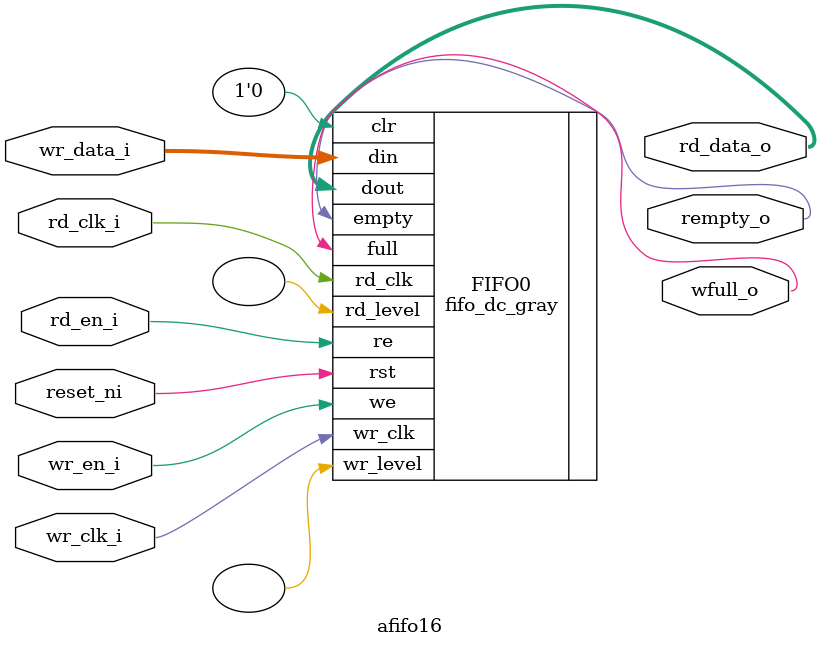
<source format=v>
/*----------------------------------------------------------------------------
-- |
-- Module      : afifo16
-- Copyright   : (C) Patrick Suggate 2007
-- License     : LGPL3
-- 
-- Maintainer  : Patrick Suggate <patrick.suggate@gmail.com>
-- Stability   : Experimental
-- Portability : non-portable
-- 
-- Asynchronous FIFO with a buffer-size of 16 entries.
-- 
-- Changelog:
--  + ??/??/2007  --  initial file;
-- 
-- TODO:
-- 
----------------------------------------------------------------------------*/

`timescale 1ns/1ps
module afifo16 (
		reset_ni,
		
		rd_clk_i,
		rd_en_i,
		rd_data_o,
		
		wr_clk_i,
		wr_en_i,
		wr_data_i,
		
		rempty_o,
		wfull_o
	);
	
	parameter	WIDTH	= 16;
	
	input	reset_ni;
	
	input	rd_clk_i;
	input	rd_en_i;
	output	[WIDTH-1:0]	rd_data_o;
	
	input	wr_clk_i;
	input	wr_en_i;
	input	[WIDTH-1:0]	wr_data_i;
	
	output	rempty_o;
	output	wfull_o;
	
	fifo_dc_gray #(WIDTH,4,16) FIFO0 (
		.rd_clk		(rd_clk_i),
		.wr_clk		(wr_clk_i),
		.rst		(reset_ni),
		.clr		(1'b0),
		.din		(wr_data_i),
		.we		(wr_en_i),
		
		.dout		(rd_data_o),
		.re		(rd_en_i),
		.full		(wfull_o),
		.empty		(rempty_o),
		.wr_level	(),
		.rd_level	()
	);
	
endmodule	// afifo16

</source>
